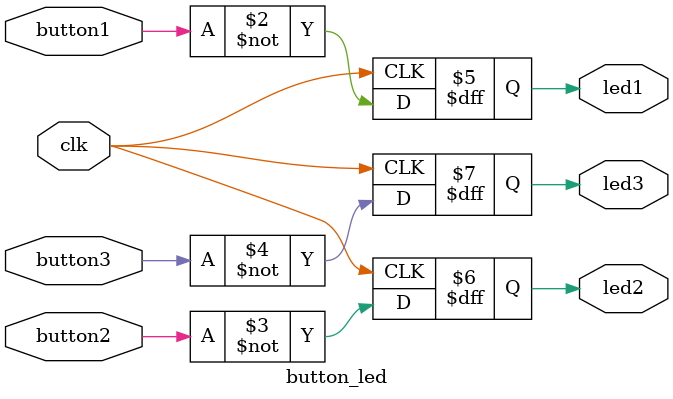
<source format=v>
module button_led (
    input clk,
    input button1,  // Active-low: 0 = pressed
    input button2,
    input button3,
    output reg led1,
    output reg led2,
    output reg led3
);

always @(posedge clk) begin
    led1 <= ~button1;  // LED ON when pressed
    led2 <= ~button2;
    led3 <= ~button3;
end

endmodule


</source>
